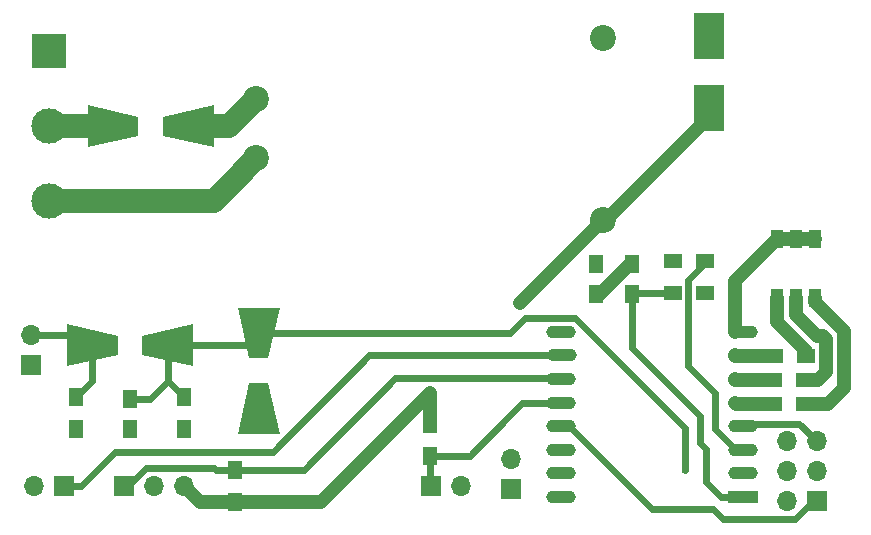
<source format=gbr>
G04 #@! TF.FileFunction,Copper,L1,Top,Signal*
%FSLAX46Y46*%
G04 Gerber Fmt 4.6, Leading zero omitted, Abs format (unit mm)*
G04 Created by KiCad (PCBNEW 4.0.5) date Friday, 17 February 2017 'PMt' 12:17:44 PM*
%MOMM*%
%LPD*%
G01*
G04 APERTURE LIST*
%ADD10C,0.100000*%
%ADD11C,2.200000*%
%ADD12C,3.000000*%
%ADD13R,3.000000X3.000000*%
%ADD14R,2.500000X4.000000*%
%ADD15R,1.250000X1.500000*%
%ADD16R,2.500000X1.100000*%
%ADD17O,2.500000X1.100000*%
%ADD18R,1.700000X1.700000*%
%ADD19O,1.700000X1.700000*%
%ADD20R,1.300000X1.500000*%
%ADD21R,1.500000X1.300000*%
%ADD22R,1.000000X1.600000*%
%ADD23C,0.600000*%
%ADD24C,1.000000*%
%ADD25C,2.000000*%
%ADD26C,1.200000*%
%ADD27C,0.750000*%
%ADD28C,0.600000*%
%ADD29C,0.250000*%
%ADD30C,0.500000*%
G04 APERTURE END LIST*
D10*
D11*
X119126000Y-68834000D03*
X119126000Y-73834000D03*
X148526000Y-63634000D03*
X148526000Y-79034000D03*
D12*
X101600000Y-77470000D03*
X101600000Y-71120000D03*
D13*
X101600000Y-64770000D03*
D14*
X157480000Y-69600000D03*
X157480000Y-63500000D03*
D15*
X108458000Y-94234000D03*
X108458000Y-96734000D03*
X147955000Y-85324000D03*
X147955000Y-82824000D03*
X151003000Y-85304000D03*
X151003000Y-82804000D03*
D10*
G36*
X113833000Y-87862000D02*
X113833000Y-91462000D01*
X109533000Y-90462000D01*
X109533000Y-88862000D01*
X113833000Y-87862000D01*
X113833000Y-87862000D01*
G37*
G36*
X103133000Y-91462000D02*
X103133000Y-87862000D01*
X107433000Y-88862000D01*
X107433000Y-90462000D01*
X103133000Y-91462000D01*
X103133000Y-91462000D01*
G37*
G36*
X117580000Y-86471000D02*
X121180000Y-86471000D01*
X120180000Y-90771000D01*
X118580000Y-90771000D01*
X117580000Y-86471000D01*
X117580000Y-86471000D01*
G37*
G36*
X121180000Y-97171000D02*
X117580000Y-97171000D01*
X118580000Y-92871000D01*
X120180000Y-92871000D01*
X121180000Y-97171000D01*
X121180000Y-97171000D01*
G37*
D16*
X160369000Y-102519000D03*
D17*
X160369000Y-100519000D03*
X160369000Y-98519000D03*
X160369000Y-96519000D03*
X160369000Y-94519000D03*
X160369000Y-92519000D03*
X160369000Y-90519000D03*
X160369000Y-88519000D03*
X144969000Y-88519000D03*
X145069000Y-90519000D03*
X144969000Y-92519000D03*
X144969000Y-94519000D03*
X144969000Y-96519000D03*
X144969000Y-98519000D03*
X144969000Y-100519000D03*
X144969000Y-102519000D03*
D10*
G36*
X104886000Y-72920000D02*
X104886000Y-69320000D01*
X109186000Y-70320000D01*
X109186000Y-71920000D01*
X104886000Y-72920000D01*
X104886000Y-72920000D01*
G37*
G36*
X115586000Y-69320000D02*
X115586000Y-72920000D01*
X111286000Y-71920000D01*
X111286000Y-70320000D01*
X115586000Y-69320000D01*
X115586000Y-69320000D01*
G37*
D18*
X166624000Y-102870000D03*
D19*
X164084000Y-102870000D03*
X166624000Y-100330000D03*
X164084000Y-100330000D03*
X166624000Y-97790000D03*
X164084000Y-97790000D03*
D18*
X102870000Y-101600000D03*
D19*
X100330000Y-101600000D03*
D18*
X107950000Y-101600000D03*
D19*
X110490000Y-101600000D03*
X113030000Y-101600000D03*
D18*
X140716000Y-101854000D03*
D19*
X140716000Y-99314000D03*
D18*
X100076000Y-91313000D03*
D19*
X100076000Y-88773000D03*
D20*
X103886000Y-94074000D03*
X103886000Y-96774000D03*
X117348000Y-100250000D03*
X117348000Y-102950000D03*
X113030000Y-94074000D03*
X113030000Y-96774000D03*
D21*
X162941000Y-94615000D03*
X165641000Y-94615000D03*
X162941000Y-92583000D03*
X165641000Y-92583000D03*
X162988000Y-90551000D03*
X165688000Y-90551000D03*
D20*
X133858000Y-99013000D03*
X133858000Y-96313000D03*
D21*
X157132000Y-82550000D03*
X154432000Y-82550000D03*
X154432000Y-85217000D03*
X157132000Y-85217000D03*
D22*
X166446000Y-80685000D03*
X164846000Y-80685000D03*
X163246000Y-80685000D03*
X166446000Y-85685000D03*
X164846000Y-85685000D03*
X163246000Y-85685000D03*
D18*
X133985000Y-101600000D03*
D19*
X136525000Y-101600000D03*
D23*
X133858000Y-93702000D03*
X141478000Y-86082000D03*
X157132000Y-85217000D03*
X147955000Y-82824000D03*
X154432000Y-82550000D03*
X119380000Y-95021000D03*
X147955000Y-85324000D03*
D24*
X157480000Y-63500000D03*
D23*
X103906000Y-96774000D03*
X108458000Y-96754000D03*
X113030000Y-96774000D03*
X155448000Y-100203000D03*
X159669000Y-100519000D03*
D25*
X115570000Y-77470000D02*
X101600000Y-77470000D01*
X118026001Y-75013999D02*
X115570000Y-77470000D01*
X119126000Y-73834000D02*
X118026001Y-74933999D01*
X118026001Y-74933999D02*
X118026001Y-75013999D01*
X101600000Y-71120000D02*
X107036000Y-71120000D01*
D26*
X122174000Y-102950000D02*
X117348000Y-102950000D01*
X124610000Y-102950000D02*
X122174000Y-102950000D01*
X117348000Y-102950000D02*
X114380000Y-102950000D01*
X114380000Y-102950000D02*
X113030000Y-101600000D01*
X133858000Y-93702000D02*
X124610000Y-102950000D01*
X148526000Y-79034000D02*
X141478000Y-86082000D01*
X133858000Y-96313000D02*
X133858000Y-94363000D01*
X133858000Y-94363000D02*
X133858000Y-93702000D01*
X159669000Y-88519000D02*
X159669000Y-84262000D01*
X159669000Y-84262000D02*
X163246000Y-80685000D01*
X164846000Y-80685000D02*
X166446000Y-80685000D01*
X163246000Y-80685000D02*
X164846000Y-80685000D01*
X157480000Y-69600000D02*
X157480000Y-70350000D01*
X157480000Y-70350000D02*
X148796000Y-79034000D01*
X148796000Y-79034000D02*
X148526000Y-79034000D01*
D27*
X157480000Y-69600000D02*
X157480000Y-71120000D01*
D26*
X147955000Y-85324000D02*
X148286999Y-85324000D01*
X148286999Y-85324000D02*
X150806999Y-82804000D01*
X150806999Y-82804000D02*
X151003000Y-82804000D01*
D28*
X155448000Y-96629214D02*
X155448000Y-100203000D01*
X119380000Y-88621000D02*
X140678496Y-88621000D01*
X140678496Y-88621000D02*
X141960506Y-87338990D01*
X141960506Y-87338990D02*
X146157776Y-87338990D01*
X146157776Y-87338990D02*
X155448000Y-96629214D01*
X111683000Y-89662000D02*
X118339000Y-89662000D01*
X118339000Y-89662000D02*
X119380000Y-88621000D01*
X111683000Y-92727000D02*
X110176000Y-94234000D01*
X110176000Y-94234000D02*
X108458000Y-94234000D01*
X111683000Y-89662000D02*
X111683000Y-92727000D01*
X111683000Y-92727000D02*
X113030000Y-94074000D01*
X159669000Y-102519000D02*
X158526000Y-102519000D01*
X158526000Y-102519000D02*
X157226000Y-101219000D01*
X157226000Y-101219000D02*
X157226000Y-98425000D01*
X157226000Y-98425000D02*
X156718000Y-97917000D01*
X156718000Y-97917000D02*
X156718000Y-95631000D01*
X156718000Y-95631000D02*
X151003000Y-89916000D01*
X151003000Y-89916000D02*
X151003000Y-85304000D01*
X159669000Y-102519000D02*
X159572000Y-102616000D01*
X154432000Y-85217000D02*
X151090000Y-85217000D01*
X151090000Y-85217000D02*
X151003000Y-85304000D01*
X105283000Y-89662000D02*
X105283000Y-92677000D01*
X105283000Y-92677000D02*
X103886000Y-94074000D01*
X100076000Y-88773000D02*
X104394000Y-88773000D01*
X104394000Y-88773000D02*
X105283000Y-89662000D01*
X159669000Y-98519000D02*
X159669000Y-98455000D01*
X157988000Y-93726000D02*
X155702000Y-91440000D01*
X155702000Y-91440000D02*
X155702000Y-84112998D01*
X159669000Y-98455000D02*
X157988000Y-96774000D01*
X157988000Y-96774000D02*
X157988000Y-93726000D01*
X155702000Y-84112998D02*
X157132000Y-82682998D01*
X157132000Y-82682998D02*
X157132000Y-82550000D01*
X166624000Y-97790000D02*
X165143999Y-96309999D01*
X165143999Y-96309999D02*
X159878001Y-96309999D01*
X159878001Y-96309999D02*
X159669000Y-96519000D01*
D29*
X159703001Y-96484999D02*
X159669000Y-96519000D01*
D26*
X162941000Y-94615000D02*
X159765000Y-94615000D01*
X159765000Y-94615000D02*
X159669000Y-94519000D01*
X162941000Y-92583000D02*
X159733000Y-92583000D01*
X159733000Y-92583000D02*
X159669000Y-92519000D01*
X162988000Y-90551000D02*
X159701000Y-90551000D01*
X159701000Y-90551000D02*
X159669000Y-90519000D01*
D28*
X145669000Y-90519000D02*
X128722970Y-90519000D01*
X128722970Y-90519000D02*
X120562970Y-98679000D01*
X104320000Y-101600000D02*
X102870000Y-101600000D01*
X120562970Y-98679000D02*
X107241000Y-98679000D01*
X107241000Y-98679000D02*
X104320000Y-101600000D01*
X145669000Y-92519000D02*
X145621990Y-92471990D01*
X145621990Y-92471990D02*
X130952990Y-92471990D01*
X130952990Y-92471990D02*
X123174980Y-100250000D01*
X123174980Y-100250000D02*
X117348000Y-100250000D01*
X115570000Y-100076000D02*
X115744000Y-100250000D01*
X115744000Y-100250000D02*
X117348000Y-100250000D01*
X109823598Y-100076000D02*
X115570000Y-100076000D01*
X107950000Y-101600000D02*
X107950000Y-101949598D01*
X107950000Y-101949598D02*
X109823598Y-100076000D01*
D26*
X107950000Y-101600000D02*
X107950000Y-101505598D01*
D28*
X140241000Y-95979000D02*
X141701000Y-94519000D01*
X141701000Y-94519000D02*
X145669000Y-94519000D01*
X140241000Y-96012000D02*
X140241000Y-95979000D01*
X137240000Y-99013000D02*
X140241000Y-96012000D01*
D30*
X145031549Y-94519000D02*
X145669000Y-94519000D01*
D28*
X133858000Y-99013000D02*
X137240000Y-99013000D01*
X133858000Y-99013000D02*
X133858000Y-101473000D01*
D29*
X133858000Y-101473000D02*
X133985000Y-101600000D01*
D28*
X157861000Y-103505000D02*
X152655000Y-103505000D01*
X152655000Y-103505000D02*
X145669000Y-96519000D01*
X158706001Y-104350001D02*
X157861000Y-103505000D01*
X166624000Y-102870000D02*
X166274402Y-102870000D01*
X166274402Y-102870000D02*
X164794401Y-104350001D01*
X164794401Y-104350001D02*
X158706001Y-104350001D01*
D25*
X116840000Y-71120000D02*
X113436000Y-71120000D01*
X119126000Y-68834000D02*
X116840000Y-71120000D01*
D26*
X165641000Y-94615000D02*
X167591000Y-94615000D01*
X167591000Y-94615000D02*
X168898011Y-93307989D01*
X168898011Y-93307989D02*
X168898011Y-88437011D01*
X168898011Y-88437011D02*
X166446000Y-85985000D01*
X166446000Y-85985000D02*
X166446000Y-85685000D01*
X166624000Y-88900000D02*
X164846000Y-87122000D01*
X164846000Y-87122000D02*
X164846000Y-85685000D01*
X167111002Y-88900000D02*
X166624000Y-88900000D01*
X167368001Y-89156999D02*
X167111002Y-88900000D01*
X165641000Y-92583000D02*
X166730002Y-92583000D01*
X166730002Y-92583000D02*
X167368001Y-91945001D01*
X167368001Y-91945001D02*
X167368001Y-89156999D01*
X165688000Y-90551000D02*
X165688000Y-90176998D01*
X165688000Y-90176998D02*
X163246000Y-87734998D01*
X163246000Y-87734998D02*
X163246000Y-87685000D01*
X163246000Y-87685000D02*
X163246000Y-85685000D01*
M02*

</source>
